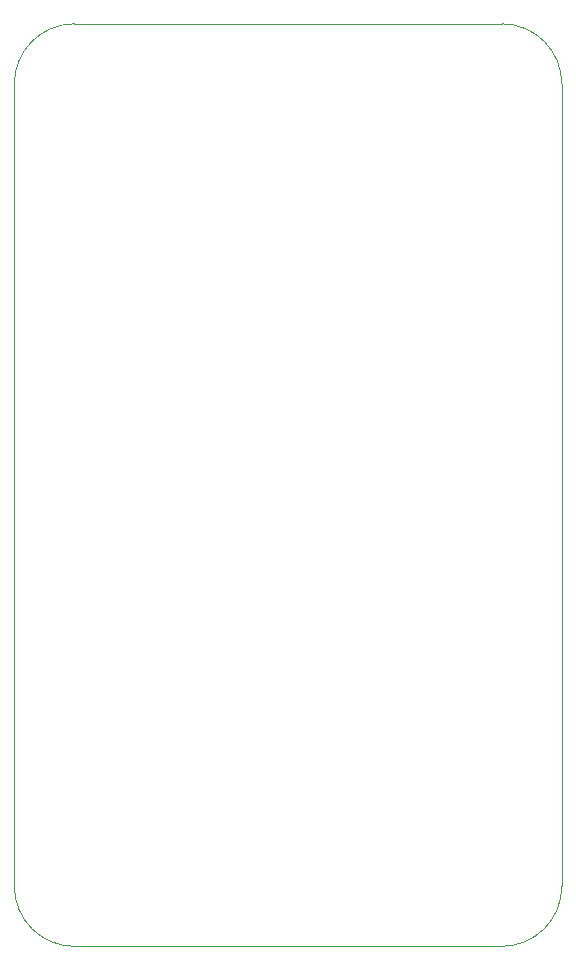
<source format=gbr>
%TF.GenerationSoftware,KiCad,Pcbnew,8.0.1*%
%TF.CreationDate,2024-04-07T15:16:42+02:00*%
%TF.ProjectId,fy6900-ocxo,66793639-3030-42d6-9f63-786f2e6b6963,rev?*%
%TF.SameCoordinates,Original*%
%TF.FileFunction,Profile,NP*%
%FSLAX46Y46*%
G04 Gerber Fmt 4.6, Leading zero omitted, Abs format (unit mm)*
G04 Created by KiCad (PCBNEW 8.0.1) date 2024-04-07 15:16:42*
%MOMM*%
%LPD*%
G01*
G04 APERTURE LIST*
%TA.AperFunction,Profile*%
%ADD10C,0.100000*%
%TD*%
G04 APERTURE END LIST*
D10*
X113030000Y-69850000D02*
X149225000Y-69850000D01*
X149225000Y-147955000D02*
X113030000Y-147955000D01*
X154305000Y-74930000D02*
X154305000Y-142875000D01*
X107950000Y-74930000D02*
G75*
G02*
X113030000Y-69850000I5080000J0D01*
G01*
X154305000Y-142875000D02*
G75*
G02*
X149225000Y-147955000I-5080000J0D01*
G01*
X113030000Y-147955000D02*
G75*
G02*
X107950000Y-142875000I0J5080000D01*
G01*
X149225000Y-69850000D02*
G75*
G02*
X154305000Y-74930000I0J-5080000D01*
G01*
X107950000Y-142875000D02*
X107950000Y-74930000D01*
M02*

</source>
